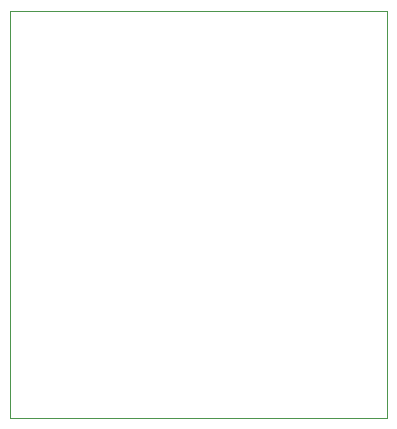
<source format=gbr>
%TF.GenerationSoftware,KiCad,Pcbnew,8.0.0-rc1-51-gba6979a274-dirty*%
%TF.CreationDate,2024-02-05T11:49:36+01:00*%
%TF.ProjectId,sub-d_terminal,7375622d-645f-4746-9572-6d696e616c2e,rev?*%
%TF.SameCoordinates,Original*%
%TF.FileFunction,Profile,NP*%
%FSLAX46Y46*%
G04 Gerber Fmt 4.6, Leading zero omitted, Abs format (unit mm)*
G04 Created by KiCad (PCBNEW 8.0.0-rc1-51-gba6979a274-dirty) date 2024-02-05 11:49:36*
%MOMM*%
%LPD*%
G01*
G04 APERTURE LIST*
%TA.AperFunction,Profile*%
%ADD10C,0.100000*%
%TD*%
G04 APERTURE END LIST*
D10*
X93600000Y-72200000D02*
X125500000Y-72200000D01*
X125500000Y-106700000D01*
X93600000Y-106700000D01*
X93600000Y-72200000D01*
M02*

</source>
